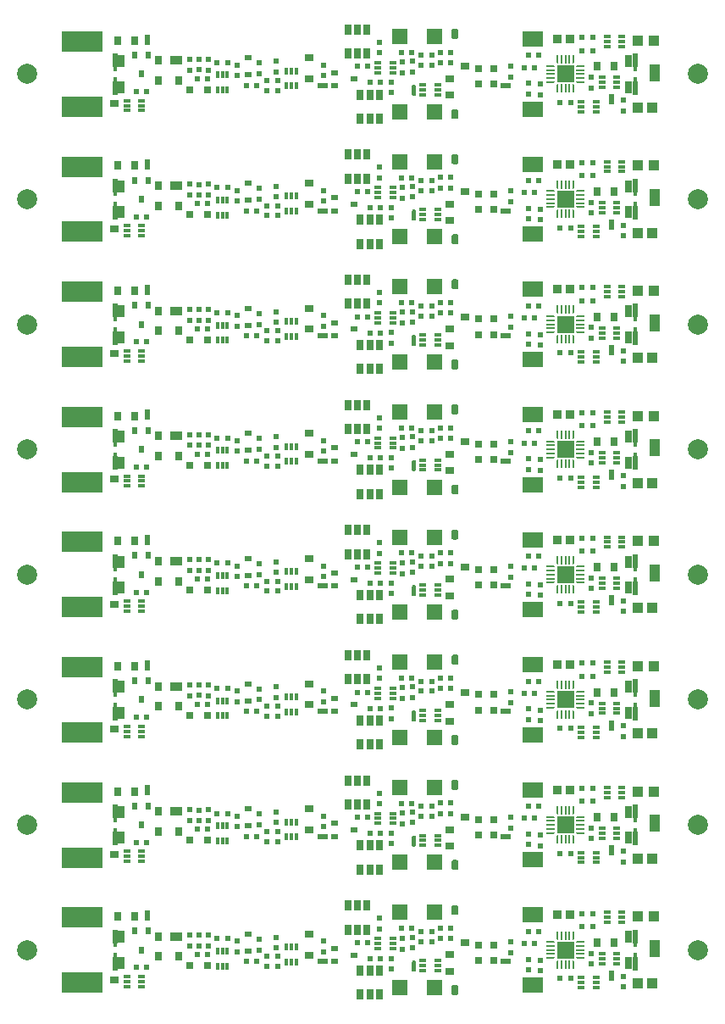
<source format=gts>
G04 #@! TF.GenerationSoftware,KiCad,Pcbnew,7.0.7*
G04 #@! TF.CreationDate,2023-09-19T00:26:09+09:00*
G04 #@! TF.ProjectId,motordecoder2-k3066v3-p,6d6f746f-7264-4656-936f-646572322d6b,rev?*
G04 #@! TF.SameCoordinates,Original*
G04 #@! TF.FileFunction,Soldermask,Top*
G04 #@! TF.FilePolarity,Negative*
%FSLAX46Y46*%
G04 Gerber Fmt 4.6, Leading zero omitted, Abs format (unit mm)*
G04 Created by KiCad (PCBNEW 7.0.7) date 2023-09-19 00:26:09*
%MOMM*%
%LPD*%
G01*
G04 APERTURE LIST*
G04 Aperture macros list*
%AMRoundRect*
0 Rectangle with rounded corners*
0 $1 Rounding radius*
0 $2 $3 $4 $5 $6 $7 $8 $9 X,Y pos of 4 corners*
0 Add a 4 corners polygon primitive as box body*
4,1,4,$2,$3,$4,$5,$6,$7,$8,$9,$2,$3,0*
0 Add four circle primitives for the rounded corners*
1,1,$1+$1,$2,$3*
1,1,$1+$1,$4,$5*
1,1,$1+$1,$6,$7*
1,1,$1+$1,$8,$9*
0 Add four rect primitives between the rounded corners*
20,1,$1+$1,$2,$3,$4,$5,0*
20,1,$1+$1,$4,$5,$6,$7,0*
20,1,$1+$1,$6,$7,$8,$9,0*
20,1,$1+$1,$8,$9,$2,$3,0*%
%AMFreePoly0*
4,1,14,0.334644,0.085355,0.385355,0.034644,0.400000,-0.000711,0.400000,-0.050000,0.385355,-0.085355,0.350000,-0.100000,-0.350000,-0.100000,-0.385355,-0.085355,-0.400000,-0.050000,-0.400000,0.050000,-0.385355,0.085355,-0.350000,0.100000,0.299289,0.100000,0.334644,0.085355,0.334644,0.085355,$1*%
%AMFreePoly1*
4,1,14,0.385355,0.085355,0.400000,0.050000,0.400000,0.000711,0.385355,-0.034644,0.334644,-0.085355,0.299289,-0.100000,-0.350000,-0.100000,-0.385355,-0.085355,-0.400000,-0.050000,-0.400000,0.050000,-0.385355,0.085355,-0.350000,0.100000,0.350000,0.100000,0.385355,0.085355,0.385355,0.085355,$1*%
%AMFreePoly2*
4,1,14,0.085355,0.385355,0.100000,0.350000,0.100000,-0.350000,0.085355,-0.385355,0.050000,-0.400000,-0.050000,-0.400000,-0.085355,-0.385355,-0.100000,-0.350000,-0.100000,0.299289,-0.085355,0.334644,-0.034644,0.385355,0.000711,0.400000,0.050000,0.400000,0.085355,0.385355,0.085355,0.385355,$1*%
%AMFreePoly3*
4,1,14,0.034644,0.385355,0.085355,0.334644,0.100000,0.299289,0.100000,-0.350000,0.085355,-0.385355,0.050000,-0.400000,-0.050000,-0.400000,-0.085355,-0.385355,-0.100000,-0.350000,-0.100000,0.350000,-0.085355,0.385355,-0.050000,0.400000,-0.000711,0.400000,0.034644,0.385355,0.034644,0.385355,$1*%
%AMFreePoly4*
4,1,14,0.385355,0.085355,0.400000,0.050000,0.400000,-0.050000,0.385355,-0.085355,0.350000,-0.100000,-0.299289,-0.100000,-0.334644,-0.085355,-0.385355,-0.034644,-0.400000,0.000711,-0.400000,0.050000,-0.385355,0.085355,-0.350000,0.100000,0.350000,0.100000,0.385355,0.085355,0.385355,0.085355,$1*%
%AMFreePoly5*
4,1,14,0.385355,0.085355,0.400000,0.050000,0.400000,-0.050000,0.385355,-0.085355,0.350000,-0.100000,-0.350000,-0.100000,-0.385355,-0.085355,-0.400000,-0.050000,-0.400000,-0.000711,-0.385355,0.034644,-0.334644,0.085355,-0.299289,0.100000,0.350000,0.100000,0.385355,0.085355,0.385355,0.085355,$1*%
%AMFreePoly6*
4,1,14,0.085355,0.385355,0.100000,0.350000,0.100000,-0.299289,0.085355,-0.334644,0.034644,-0.385355,-0.000711,-0.400000,-0.050000,-0.400000,-0.085355,-0.385355,-0.100000,-0.350000,-0.100000,0.350000,-0.085355,0.385355,-0.050000,0.400000,0.050000,0.400000,0.085355,0.385355,0.085355,0.385355,$1*%
%AMFreePoly7*
4,1,14,0.085355,0.385355,0.100000,0.350000,0.100000,-0.350000,0.085355,-0.385355,0.050000,-0.400000,0.000711,-0.400000,-0.034644,-0.385355,-0.085355,-0.334644,-0.100000,-0.299289,-0.100000,0.350000,-0.085355,0.385355,-0.050000,0.400000,0.050000,0.400000,0.085355,0.385355,0.085355,0.385355,$1*%
G04 Aperture macros list end*
%ADD10R,1.000000X1.800000*%
%ADD11R,1.500000X1.500000*%
%ADD12R,0.950000X0.950000*%
%ADD13R,0.700000X1.000000*%
%ADD14R,0.700000X0.300000*%
%ADD15R,0.300000X0.700000*%
%ADD16R,0.650000X0.900000*%
%ADD17R,0.600000X0.550000*%
%ADD18R,0.550000X0.600000*%
%ADD19R,2.000000X1.500000*%
%ADD20R,0.500000X0.550000*%
%ADD21R,0.900000X0.800000*%
%ADD22R,0.800000X0.500000*%
%ADD23R,0.800000X0.800000*%
%ADD24R,1.000000X1.000000*%
%ADD25R,0.600000X1.000000*%
%ADD26R,0.700000X0.800000*%
%ADD27R,2.000000X2.000000*%
%ADD28R,0.800000X0.600000*%
%ADD29R,1.000000X0.600000*%
%ADD30R,0.900000X0.700000*%
%ADD31R,0.500000X0.800000*%
%ADD32R,0.900000X0.650000*%
%ADD33R,1.200000X0.900000*%
%ADD34R,0.800000X0.900000*%
%ADD35FreePoly0,0.000000*%
%ADD36RoundRect,0.050000X-0.350000X-0.050000X0.350000X-0.050000X0.350000X0.050000X-0.350000X0.050000X0*%
%ADD37FreePoly1,0.000000*%
%ADD38FreePoly2,0.000000*%
%ADD39RoundRect,0.050000X-0.050000X-0.350000X0.050000X-0.350000X0.050000X0.350000X-0.050000X0.350000X0*%
%ADD40FreePoly3,0.000000*%
%ADD41FreePoly4,0.000000*%
%ADD42FreePoly5,0.000000*%
%ADD43FreePoly6,0.000000*%
%ADD44FreePoly7,0.000000*%
%ADD45R,1.700000X1.700000*%
%ADD46R,0.500000X1.450000*%
%ADD47R,0.750000X1.300000*%
%ADD48R,0.300000X0.500000*%
%ADD49C,2.000000*%
G04 APERTURE END LIST*
D10*
X177200000Y-48850000D03*
D11*
X151750000Y-45250000D03*
X155250000Y-45250000D03*
X151750000Y-52750000D03*
X155250000Y-52750000D03*
D12*
X167465000Y-45500000D03*
X168735000Y-45500000D03*
D13*
X146550000Y-46950000D03*
X147500000Y-46950000D03*
X148450000Y-46950000D03*
X148450000Y-44550000D03*
X147500000Y-44550000D03*
X146550000Y-44550000D03*
X149700000Y-51050000D03*
X148750000Y-51050000D03*
X147800000Y-51050000D03*
X147800000Y-53450000D03*
X148750000Y-53450000D03*
X149700000Y-53450000D03*
D14*
X149550000Y-47850000D03*
X149550000Y-48350000D03*
X149550000Y-48850000D03*
X151050000Y-48850000D03*
X151050000Y-48350000D03*
X151050000Y-47850000D03*
X154050000Y-50050000D03*
X154050000Y-50550000D03*
X154050000Y-51050000D03*
X155550000Y-51050000D03*
X155550000Y-50550000D03*
X155550000Y-50050000D03*
D15*
X133500000Y-50600000D03*
X134000000Y-50600000D03*
X134500000Y-50600000D03*
X134500000Y-49100000D03*
X134000000Y-49100000D03*
X133500000Y-49100000D03*
D16*
X171475000Y-48250000D03*
X173125000Y-48250000D03*
D17*
X135500000Y-49175000D03*
X135500000Y-48125000D03*
X139400000Y-47725000D03*
X139400000Y-48775000D03*
D18*
X138475000Y-49650000D03*
X139525000Y-49650000D03*
X139525000Y-50650000D03*
X138475000Y-50650000D03*
X153875000Y-47150000D03*
X154925000Y-47150000D03*
D19*
X165000000Y-45500000D03*
X165000000Y-52500000D03*
D20*
X130700000Y-48600000D03*
X130700000Y-47500000D03*
X162800000Y-49300000D03*
X162800000Y-48200000D03*
X152000000Y-47800000D03*
X152000000Y-48900000D03*
X137700000Y-49000000D03*
X137700000Y-47900000D03*
X132600000Y-48600000D03*
X132600000Y-47500000D03*
D21*
X142700000Y-49500000D03*
X142700000Y-47400000D03*
D22*
X145250000Y-48850000D03*
X145250000Y-50150000D03*
X147150000Y-49500000D03*
D23*
X159600000Y-50025000D03*
X159600000Y-48475000D03*
D14*
X173950000Y-46250000D03*
X173950000Y-45750000D03*
X173950000Y-45250000D03*
X172450000Y-45250000D03*
X172450000Y-45750000D03*
X172450000Y-46250000D03*
D17*
X174100000Y-52675000D03*
X174100000Y-51625000D03*
D18*
X168825000Y-51850000D03*
X167775000Y-51850000D03*
X171025000Y-45350000D03*
X169975000Y-45350000D03*
D24*
X177000000Y-52350000D03*
X175500000Y-52350000D03*
X177100000Y-45650000D03*
X175500000Y-45650000D03*
D17*
X164600000Y-50975000D03*
X164600000Y-49925000D03*
D14*
X171950000Y-49350000D03*
X171950000Y-49850000D03*
X171950000Y-50350000D03*
X173450000Y-50350000D03*
X173450000Y-49850000D03*
X173450000Y-49350000D03*
X171350000Y-52750000D03*
X171350000Y-52250000D03*
X171350000Y-51750000D03*
X169850000Y-51750000D03*
X169850000Y-52250000D03*
X169850000Y-52750000D03*
D17*
X170900000Y-50375000D03*
X170900000Y-49325000D03*
D18*
X171025000Y-46650000D03*
X169975000Y-46650000D03*
D25*
X172900000Y-51550000D03*
D26*
X161100000Y-50025000D03*
X161100000Y-48475000D03*
D27*
X121000000Y-45750000D03*
X119000000Y-45750000D03*
X121000000Y-52250000D03*
X119000000Y-52250000D03*
D28*
X136600000Y-49100000D03*
X136600000Y-47400000D03*
D29*
X162300000Y-50150000D03*
D17*
X131650000Y-48575000D03*
X131650000Y-47525000D03*
D15*
X141400000Y-48700000D03*
X140900000Y-48700000D03*
X140400000Y-48700000D03*
X140400000Y-50200000D03*
X140900000Y-50200000D03*
X141400000Y-50200000D03*
D25*
X126500000Y-45550000D03*
D18*
X165225000Y-48350000D03*
X164175000Y-48350000D03*
D17*
X165800000Y-50025000D03*
X165800000Y-51075000D03*
D18*
X164575000Y-47150000D03*
X165625000Y-47150000D03*
D30*
X158250000Y-48250000D03*
D31*
X126550000Y-47100000D03*
X125250000Y-47100000D03*
X125900000Y-49000000D03*
D18*
X152925000Y-46850000D03*
X151875000Y-46850000D03*
D17*
X153000000Y-47725000D03*
X153000000Y-48775000D03*
X155800000Y-46825000D03*
X155800000Y-47875000D03*
X156800000Y-47875000D03*
X156800000Y-46825000D03*
D18*
X154925000Y-48150000D03*
X153875000Y-48150000D03*
X147475000Y-48250000D03*
X148525000Y-48250000D03*
X148775000Y-49850000D03*
X149825000Y-49850000D03*
D17*
X149700000Y-46875000D03*
X149700000Y-45825000D03*
X150900000Y-49825000D03*
X150900000Y-50875000D03*
D32*
X156700000Y-51125000D03*
X156700000Y-49475000D03*
D17*
X144100000Y-49175000D03*
X144100000Y-48125000D03*
D18*
X136375000Y-50150000D03*
X137425000Y-50150000D03*
X132525000Y-49450000D03*
X131475000Y-49450000D03*
X125375000Y-50750000D03*
X126425000Y-50750000D03*
D33*
X129400000Y-47650000D03*
D34*
X127600000Y-47650000D03*
X127600000Y-49650000D03*
X129600000Y-49650000D03*
D14*
X124450000Y-51650000D03*
X124450000Y-52150000D03*
X124450000Y-52650000D03*
X125950000Y-52650000D03*
X125950000Y-52150000D03*
X125950000Y-51650000D03*
D26*
X132500000Y-50550000D03*
X130700000Y-50550000D03*
D16*
X123575000Y-45650000D03*
X125225000Y-45650000D03*
D18*
X133475000Y-47850000D03*
X134525000Y-47850000D03*
D35*
X166850000Y-48200000D03*
D36*
X166850000Y-48600000D03*
X166850000Y-49000000D03*
X166850000Y-49400000D03*
D37*
X166850000Y-49800000D03*
D38*
X167500000Y-50450000D03*
D39*
X167900000Y-50450000D03*
X168300000Y-50450000D03*
X168700000Y-50450000D03*
D40*
X169100000Y-50450000D03*
D41*
X169750000Y-49800000D03*
D36*
X169750000Y-49400000D03*
X169750000Y-49000000D03*
X169750000Y-48600000D03*
D42*
X169750000Y-48200000D03*
D43*
X169100000Y-47550000D03*
D39*
X168700000Y-47550000D03*
X168300000Y-47550000D03*
X167900000Y-47550000D03*
D44*
X167500000Y-47550000D03*
D45*
X168300000Y-49000000D03*
D30*
X123200000Y-51950000D03*
D46*
X123250000Y-47625000D03*
D47*
X123875000Y-47700000D03*
D48*
X123250000Y-48450000D03*
X123250000Y-49550000D03*
D47*
X123875000Y-50300000D03*
D46*
X123250000Y-50375000D03*
X175250000Y-50375000D03*
D47*
X174625000Y-50300000D03*
D48*
X175250000Y-49550000D03*
X175250000Y-48450000D03*
D47*
X174625000Y-47700000D03*
D46*
X175250000Y-47625000D03*
D29*
X144000000Y-50150000D03*
D20*
X132600000Y-73600000D03*
X132600000Y-72500000D03*
D22*
X145250000Y-98850000D03*
X145250000Y-100150000D03*
X147150000Y-99500000D03*
D28*
X136600000Y-111600000D03*
X136600000Y-109900000D03*
D22*
X145250000Y-123850000D03*
X145250000Y-125150000D03*
X147150000Y-124500000D03*
D18*
X147475000Y-98250000D03*
X148525000Y-98250000D03*
D17*
X155800000Y-71825000D03*
X155800000Y-72875000D03*
D14*
X124450000Y-101650000D03*
X124450000Y-102150000D03*
X124450000Y-102650000D03*
X125950000Y-102650000D03*
X125950000Y-102150000D03*
X125950000Y-101650000D03*
X173950000Y-58750000D03*
X173950000Y-58250000D03*
X173950000Y-57750000D03*
X172450000Y-57750000D03*
X172450000Y-58250000D03*
X172450000Y-58750000D03*
D33*
X129400000Y-85150000D03*
D34*
X127600000Y-85150000D03*
X127600000Y-87150000D03*
X129600000Y-87150000D03*
D14*
X149550000Y-97850000D03*
X149550000Y-98350000D03*
X149550000Y-98850000D03*
X151050000Y-98850000D03*
X151050000Y-98350000D03*
X151050000Y-97850000D03*
D17*
X135500000Y-99175000D03*
X135500000Y-98125000D03*
D19*
X165000000Y-58000000D03*
D17*
X150900000Y-87325000D03*
X150900000Y-88375000D03*
D19*
X165000000Y-83000000D03*
D14*
X171950000Y-136850000D03*
X171950000Y-137350000D03*
X171950000Y-137850000D03*
X173450000Y-137850000D03*
X173450000Y-137350000D03*
X173450000Y-136850000D03*
X124450000Y-139150000D03*
X124450000Y-139650000D03*
X124450000Y-140150000D03*
X125950000Y-140150000D03*
X125950000Y-139650000D03*
X125950000Y-139150000D03*
D17*
X170900000Y-87875000D03*
X170900000Y-86825000D03*
D23*
X159600000Y-87525000D03*
X159600000Y-85975000D03*
D14*
X124450000Y-114150000D03*
X124450000Y-114650000D03*
X124450000Y-115150000D03*
X125950000Y-115150000D03*
X125950000Y-114650000D03*
X125950000Y-114150000D03*
D17*
X135500000Y-124175000D03*
X135500000Y-123125000D03*
D26*
X132500000Y-75550000D03*
X130700000Y-75550000D03*
D49*
X114500000Y-86500000D03*
D17*
X144100000Y-61675000D03*
X144100000Y-60625000D03*
D30*
X158250000Y-110750000D03*
D19*
X165000000Y-95500000D03*
D21*
X142700000Y-99500000D03*
X142700000Y-97400000D03*
D14*
X154050000Y-100050000D03*
X154050000Y-100550000D03*
X154050000Y-101050000D03*
X155550000Y-101050000D03*
X155550000Y-100550000D03*
X155550000Y-100050000D03*
D18*
X164575000Y-122150000D03*
X165625000Y-122150000D03*
D24*
X175500000Y-95650000D03*
D14*
X173950000Y-121250000D03*
X173950000Y-120750000D03*
X173950000Y-120250000D03*
X172450000Y-120250000D03*
X172450000Y-120750000D03*
X172450000Y-121250000D03*
D20*
X132600000Y-86100000D03*
X132600000Y-85000000D03*
D17*
X150900000Y-137325000D03*
X150900000Y-138375000D03*
D24*
X177000000Y-102350000D03*
D15*
X141400000Y-136200000D03*
X140900000Y-136200000D03*
X140400000Y-136200000D03*
X140400000Y-137700000D03*
X140900000Y-137700000D03*
X141400000Y-137700000D03*
D17*
X135500000Y-74175000D03*
X135500000Y-73125000D03*
D25*
X126500000Y-120550000D03*
D30*
X158250000Y-135750000D03*
D18*
X165225000Y-110850000D03*
X164175000Y-110850000D03*
D16*
X123575000Y-95650000D03*
X125225000Y-95650000D03*
D18*
X168825000Y-101850000D03*
X167775000Y-101850000D03*
D16*
X123575000Y-120650000D03*
X125225000Y-120650000D03*
D11*
X151750000Y-65250000D03*
X155250000Y-65250000D03*
D18*
X148775000Y-124850000D03*
X149825000Y-124850000D03*
D35*
X166850000Y-135700000D03*
D36*
X166850000Y-136100000D03*
X166850000Y-136500000D03*
X166850000Y-136900000D03*
D37*
X166850000Y-137300000D03*
D38*
X167500000Y-137950000D03*
D39*
X167900000Y-137950000D03*
X168300000Y-137950000D03*
X168700000Y-137950000D03*
D40*
X169100000Y-137950000D03*
D41*
X169750000Y-137300000D03*
D36*
X169750000Y-136900000D03*
X169750000Y-136500000D03*
X169750000Y-136100000D03*
D42*
X169750000Y-135700000D03*
D43*
X169100000Y-135050000D03*
D39*
X168700000Y-135050000D03*
X168300000Y-135050000D03*
X167900000Y-135050000D03*
D44*
X167500000Y-135050000D03*
D45*
X168300000Y-136500000D03*
D18*
X148775000Y-112350000D03*
X149825000Y-112350000D03*
D19*
X165000000Y-65000000D03*
D11*
X151750000Y-140250000D03*
X155250000Y-140250000D03*
D35*
X166850000Y-98200000D03*
D36*
X166850000Y-98600000D03*
X166850000Y-99000000D03*
X166850000Y-99400000D03*
D37*
X166850000Y-99800000D03*
D38*
X167500000Y-100450000D03*
D39*
X167900000Y-100450000D03*
X168300000Y-100450000D03*
X168700000Y-100450000D03*
D40*
X169100000Y-100450000D03*
D41*
X169750000Y-99800000D03*
D36*
X169750000Y-99400000D03*
X169750000Y-99000000D03*
X169750000Y-98600000D03*
D42*
X169750000Y-98200000D03*
D43*
X169100000Y-97550000D03*
D39*
X168700000Y-97550000D03*
X168300000Y-97550000D03*
X167900000Y-97550000D03*
D44*
X167500000Y-97550000D03*
D45*
X168300000Y-99000000D03*
D32*
X156700000Y-101125000D03*
X156700000Y-99475000D03*
D18*
X165225000Y-73350000D03*
X164175000Y-73350000D03*
D15*
X141400000Y-98700000D03*
X140900000Y-98700000D03*
X140400000Y-98700000D03*
X140400000Y-100200000D03*
X140900000Y-100200000D03*
X141400000Y-100200000D03*
D17*
X149700000Y-121875000D03*
X149700000Y-120825000D03*
X131650000Y-123575000D03*
X131650000Y-122525000D03*
D30*
X158250000Y-60750000D03*
D14*
X154050000Y-75050000D03*
X154050000Y-75550000D03*
X154050000Y-76050000D03*
X155550000Y-76050000D03*
X155550000Y-75550000D03*
X155550000Y-75050000D03*
D30*
X158250000Y-73250000D03*
D18*
X147475000Y-135750000D03*
X148525000Y-135750000D03*
D11*
X151750000Y-115250000D03*
X155250000Y-115250000D03*
D20*
X162800000Y-86800000D03*
X162800000Y-85700000D03*
D24*
X177100000Y-70650000D03*
D11*
X151750000Y-127750000D03*
X155250000Y-127750000D03*
D18*
X154925000Y-110650000D03*
X153875000Y-110650000D03*
D23*
X159600000Y-62525000D03*
X159600000Y-60975000D03*
D24*
X177100000Y-133150000D03*
D17*
X174100000Y-102675000D03*
X174100000Y-101625000D03*
D18*
X133475000Y-97850000D03*
X134525000Y-97850000D03*
D10*
X177200000Y-111350000D03*
D14*
X149550000Y-72850000D03*
X149550000Y-73350000D03*
X149550000Y-73850000D03*
X151050000Y-73850000D03*
X151050000Y-73350000D03*
X151050000Y-72850000D03*
D17*
X165800000Y-75025000D03*
X165800000Y-76075000D03*
D29*
X144000000Y-137650000D03*
D18*
X152925000Y-71850000D03*
X151875000Y-71850000D03*
X152925000Y-84350000D03*
X151875000Y-84350000D03*
D17*
X164600000Y-113475000D03*
X164600000Y-112425000D03*
D14*
X171950000Y-86850000D03*
X171950000Y-87350000D03*
X171950000Y-87850000D03*
X173450000Y-87850000D03*
X173450000Y-87350000D03*
X173450000Y-86850000D03*
D33*
X129400000Y-60150000D03*
D34*
X127600000Y-60150000D03*
X127600000Y-62150000D03*
X129600000Y-62150000D03*
D28*
X136600000Y-99100000D03*
X136600000Y-97400000D03*
D49*
X181500000Y-136500000D03*
D18*
X136375000Y-125150000D03*
X137425000Y-125150000D03*
D33*
X129400000Y-122650000D03*
D34*
X127600000Y-122650000D03*
X127600000Y-124650000D03*
X129600000Y-124650000D03*
D24*
X175500000Y-127350000D03*
D10*
X177200000Y-98850000D03*
D15*
X133500000Y-138100000D03*
X134000000Y-138100000D03*
X134500000Y-138100000D03*
X134500000Y-136600000D03*
X134000000Y-136600000D03*
X133500000Y-136600000D03*
D29*
X144000000Y-62650000D03*
D11*
X151750000Y-82750000D03*
X155250000Y-82750000D03*
D17*
X144100000Y-86675000D03*
X144100000Y-85625000D03*
X174100000Y-127675000D03*
X174100000Y-126625000D03*
D21*
X142700000Y-124500000D03*
X142700000Y-122400000D03*
D27*
X121000000Y-127250000D03*
X119000000Y-127250000D03*
D17*
X153000000Y-72725000D03*
X153000000Y-73775000D03*
X131650000Y-73575000D03*
X131650000Y-72525000D03*
X164600000Y-75975000D03*
X164600000Y-74925000D03*
X174100000Y-90175000D03*
X174100000Y-89125000D03*
D18*
X154925000Y-98150000D03*
X153875000Y-98150000D03*
D24*
X175500000Y-64850000D03*
D25*
X126500000Y-58050000D03*
D27*
X121000000Y-133250000D03*
X119000000Y-133250000D03*
D17*
X155800000Y-96825000D03*
X155800000Y-97875000D03*
D20*
X130700000Y-136100000D03*
X130700000Y-135000000D03*
X162800000Y-99300000D03*
X162800000Y-98200000D03*
X137700000Y-74000000D03*
X137700000Y-72900000D03*
D14*
X171950000Y-74350000D03*
X171950000Y-74850000D03*
X171950000Y-75350000D03*
X173450000Y-75350000D03*
X173450000Y-74850000D03*
X173450000Y-74350000D03*
D18*
X171025000Y-109150000D03*
X169975000Y-109150000D03*
D12*
X167465000Y-70500000D03*
X168735000Y-70500000D03*
D24*
X175500000Y-114850000D03*
D18*
X136375000Y-112650000D03*
X137425000Y-112650000D03*
D10*
X177200000Y-123850000D03*
D32*
X156700000Y-126125000D03*
X156700000Y-124475000D03*
D28*
X136600000Y-86600000D03*
X136600000Y-84900000D03*
D29*
X144000000Y-112650000D03*
D15*
X141400000Y-123700000D03*
X140900000Y-123700000D03*
X140400000Y-123700000D03*
X140400000Y-125200000D03*
X140900000Y-125200000D03*
X141400000Y-125200000D03*
D18*
X165225000Y-135850000D03*
X164175000Y-135850000D03*
X125375000Y-100750000D03*
X126425000Y-100750000D03*
D14*
X171950000Y-124350000D03*
X171950000Y-124850000D03*
X171950000Y-125350000D03*
X173450000Y-125350000D03*
X173450000Y-124850000D03*
X173450000Y-124350000D03*
D23*
X159600000Y-100025000D03*
X159600000Y-98475000D03*
D14*
X124450000Y-126650000D03*
X124450000Y-127150000D03*
X124450000Y-127650000D03*
X125950000Y-127650000D03*
X125950000Y-127150000D03*
X125950000Y-126650000D03*
D49*
X114500000Y-61500000D03*
D21*
X142700000Y-137000000D03*
X142700000Y-134900000D03*
D17*
X156800000Y-85375000D03*
X156800000Y-84325000D03*
D14*
X124450000Y-89150000D03*
X124450000Y-89650000D03*
X124450000Y-90150000D03*
X125950000Y-90150000D03*
X125950000Y-89650000D03*
X125950000Y-89150000D03*
D15*
X133500000Y-88100000D03*
X134000000Y-88100000D03*
X134500000Y-88100000D03*
X134500000Y-86600000D03*
X134000000Y-86600000D03*
X133500000Y-86600000D03*
D35*
X166850000Y-110700000D03*
D36*
X166850000Y-111100000D03*
X166850000Y-111500000D03*
X166850000Y-111900000D03*
D37*
X166850000Y-112300000D03*
D38*
X167500000Y-112950000D03*
D39*
X167900000Y-112950000D03*
X168300000Y-112950000D03*
X168700000Y-112950000D03*
D40*
X169100000Y-112950000D03*
D41*
X169750000Y-112300000D03*
D36*
X169750000Y-111900000D03*
X169750000Y-111500000D03*
X169750000Y-111100000D03*
D42*
X169750000Y-110700000D03*
D43*
X169100000Y-110050000D03*
D39*
X168700000Y-110050000D03*
X168300000Y-110050000D03*
X167900000Y-110050000D03*
D44*
X167500000Y-110050000D03*
D45*
X168300000Y-111500000D03*
D16*
X123575000Y-108150000D03*
X125225000Y-108150000D03*
D24*
X175500000Y-102350000D03*
D20*
X130700000Y-86100000D03*
X130700000Y-85000000D03*
D16*
X171475000Y-135750000D03*
X173125000Y-135750000D03*
D13*
X149700000Y-101050000D03*
X148750000Y-101050000D03*
X147800000Y-101050000D03*
X147800000Y-103450000D03*
X148750000Y-103450000D03*
X149700000Y-103450000D03*
D14*
X149550000Y-85350000D03*
X149550000Y-85850000D03*
X149550000Y-86350000D03*
X151050000Y-86350000D03*
X151050000Y-85850000D03*
X151050000Y-85350000D03*
D35*
X166850000Y-60700000D03*
D36*
X166850000Y-61100000D03*
X166850000Y-61500000D03*
X166850000Y-61900000D03*
D37*
X166850000Y-62300000D03*
D38*
X167500000Y-62950000D03*
D39*
X167900000Y-62950000D03*
X168300000Y-62950000D03*
X168700000Y-62950000D03*
D40*
X169100000Y-62950000D03*
D41*
X169750000Y-62300000D03*
D36*
X169750000Y-61900000D03*
X169750000Y-61500000D03*
X169750000Y-61100000D03*
D42*
X169750000Y-60700000D03*
D43*
X169100000Y-60050000D03*
D39*
X168700000Y-60050000D03*
X168300000Y-60050000D03*
X167900000Y-60050000D03*
D44*
X167500000Y-60050000D03*
D45*
X168300000Y-61500000D03*
D18*
X168825000Y-64350000D03*
X167775000Y-64350000D03*
D26*
X132500000Y-138050000D03*
X130700000Y-138050000D03*
D14*
X154050000Y-62550000D03*
X154050000Y-63050000D03*
X154050000Y-63550000D03*
X155550000Y-63550000D03*
X155550000Y-63050000D03*
X155550000Y-62550000D03*
D17*
X155800000Y-134325000D03*
X155800000Y-135375000D03*
D20*
X152000000Y-110300000D03*
X152000000Y-111400000D03*
D16*
X123575000Y-58150000D03*
X125225000Y-58150000D03*
D14*
X171350000Y-77750000D03*
X171350000Y-77250000D03*
X171350000Y-76750000D03*
X169850000Y-76750000D03*
X169850000Y-77250000D03*
X169850000Y-77750000D03*
D46*
X123250000Y-97625000D03*
D47*
X123875000Y-97700000D03*
D48*
X123250000Y-98450000D03*
X123250000Y-99550000D03*
D47*
X123875000Y-100300000D03*
D46*
X123250000Y-100375000D03*
D20*
X130700000Y-123600000D03*
X130700000Y-122500000D03*
D18*
X147475000Y-110750000D03*
X148525000Y-110750000D03*
D14*
X171950000Y-111850000D03*
X171950000Y-112350000D03*
X171950000Y-112850000D03*
X173450000Y-112850000D03*
X173450000Y-112350000D03*
X173450000Y-111850000D03*
D46*
X175250000Y-112875000D03*
D47*
X174625000Y-112800000D03*
D48*
X175250000Y-112050000D03*
X175250000Y-110950000D03*
D47*
X174625000Y-110200000D03*
D46*
X175250000Y-110125000D03*
D27*
X121000000Y-120750000D03*
X119000000Y-120750000D03*
D17*
X131650000Y-111075000D03*
X131650000Y-110025000D03*
X174100000Y-115175000D03*
X174100000Y-114125000D03*
D18*
X171025000Y-120350000D03*
X169975000Y-120350000D03*
D17*
X174100000Y-65175000D03*
X174100000Y-64125000D03*
D30*
X123200000Y-101950000D03*
X158250000Y-98250000D03*
D23*
X159600000Y-75025000D03*
X159600000Y-73475000D03*
D15*
X133500000Y-63100000D03*
X134000000Y-63100000D03*
X134500000Y-63100000D03*
X134500000Y-61600000D03*
X134000000Y-61600000D03*
X133500000Y-61600000D03*
D20*
X152000000Y-97800000D03*
X152000000Y-98900000D03*
D24*
X177100000Y-58150000D03*
X177000000Y-89850000D03*
D18*
X125375000Y-63250000D03*
X126425000Y-63250000D03*
D13*
X146550000Y-96950000D03*
X147500000Y-96950000D03*
X148450000Y-96950000D03*
X148450000Y-94550000D03*
X147500000Y-94550000D03*
X146550000Y-94550000D03*
D18*
X168825000Y-139350000D03*
X167775000Y-139350000D03*
X125375000Y-138250000D03*
X126425000Y-138250000D03*
X152925000Y-59350000D03*
X151875000Y-59350000D03*
D27*
X121000000Y-108250000D03*
X119000000Y-108250000D03*
D14*
X171350000Y-115250000D03*
X171350000Y-114750000D03*
X171350000Y-114250000D03*
X169850000Y-114250000D03*
X169850000Y-114750000D03*
X169850000Y-115250000D03*
D11*
X151750000Y-120250000D03*
X155250000Y-120250000D03*
D20*
X132600000Y-136100000D03*
X132600000Y-135000000D03*
D25*
X172900000Y-101550000D03*
D18*
X133475000Y-72850000D03*
X134525000Y-72850000D03*
X139525000Y-75650000D03*
X138475000Y-75650000D03*
D32*
X156700000Y-88625000D03*
X156700000Y-86975000D03*
D18*
X171025000Y-59150000D03*
X169975000Y-59150000D03*
D13*
X149700000Y-138550000D03*
X148750000Y-138550000D03*
X147800000Y-138550000D03*
X147800000Y-140950000D03*
X148750000Y-140950000D03*
X149700000Y-140950000D03*
D25*
X126500000Y-95550000D03*
D17*
X153000000Y-135225000D03*
X153000000Y-136275000D03*
D14*
X154050000Y-125050000D03*
X154050000Y-125550000D03*
X154050000Y-126050000D03*
X155550000Y-126050000D03*
X155550000Y-125550000D03*
X155550000Y-125050000D03*
D15*
X133500000Y-75600000D03*
X134000000Y-75600000D03*
X134500000Y-75600000D03*
X134500000Y-74100000D03*
X134000000Y-74100000D03*
X133500000Y-74100000D03*
D18*
X125375000Y-75750000D03*
X126425000Y-75750000D03*
D23*
X159600000Y-112525000D03*
X159600000Y-110975000D03*
D17*
X156800000Y-122875000D03*
X156800000Y-121825000D03*
D31*
X126550000Y-97100000D03*
X125250000Y-97100000D03*
X125900000Y-99000000D03*
D18*
X153875000Y-97150000D03*
X154925000Y-97150000D03*
D17*
X153000000Y-110225000D03*
X153000000Y-111275000D03*
X149700000Y-96875000D03*
X149700000Y-95825000D03*
D49*
X181500000Y-74000000D03*
D17*
X144100000Y-136675000D03*
X144100000Y-135625000D03*
D30*
X123200000Y-64450000D03*
D17*
X153000000Y-85225000D03*
X153000000Y-86275000D03*
D24*
X175500000Y-139850000D03*
D11*
X151750000Y-77750000D03*
X155250000Y-77750000D03*
D18*
X148775000Y-62350000D03*
X149825000Y-62350000D03*
D16*
X171475000Y-60750000D03*
X173125000Y-60750000D03*
D18*
X138475000Y-62150000D03*
X139525000Y-62150000D03*
D31*
X126550000Y-109600000D03*
X125250000Y-109600000D03*
X125900000Y-111500000D03*
D16*
X171475000Y-85750000D03*
X173125000Y-85750000D03*
D18*
X139525000Y-113150000D03*
X138475000Y-113150000D03*
D30*
X158250000Y-85750000D03*
D17*
X165800000Y-125025000D03*
X165800000Y-126075000D03*
D49*
X181500000Y-61500000D03*
D17*
X165800000Y-62525000D03*
X165800000Y-63575000D03*
D18*
X168825000Y-114350000D03*
X167775000Y-114350000D03*
D29*
X162300000Y-125150000D03*
D32*
X156700000Y-76125000D03*
X156700000Y-74475000D03*
D22*
X145250000Y-61350000D03*
X145250000Y-62650000D03*
X147150000Y-62000000D03*
D14*
X149550000Y-60350000D03*
X149550000Y-60850000D03*
X149550000Y-61350000D03*
X151050000Y-61350000D03*
X151050000Y-60850000D03*
X151050000Y-60350000D03*
D17*
X149700000Y-109375000D03*
X149700000Y-108325000D03*
X149700000Y-59375000D03*
X149700000Y-58325000D03*
D25*
X172900000Y-76550000D03*
D14*
X154050000Y-112550000D03*
X154050000Y-113050000D03*
X154050000Y-113550000D03*
X155550000Y-113550000D03*
X155550000Y-113050000D03*
X155550000Y-112550000D03*
D12*
X167465000Y-108000000D03*
X168735000Y-108000000D03*
D17*
X150900000Y-124825000D03*
X150900000Y-125875000D03*
D18*
X154925000Y-85650000D03*
X153875000Y-85650000D03*
X164575000Y-72150000D03*
X165625000Y-72150000D03*
D17*
X150900000Y-74825000D03*
X150900000Y-75875000D03*
D24*
X177100000Y-95650000D03*
D26*
X161100000Y-137525000D03*
X161100000Y-135975000D03*
D17*
X135500000Y-111675000D03*
X135500000Y-110625000D03*
D13*
X149700000Y-88550000D03*
X148750000Y-88550000D03*
X147800000Y-88550000D03*
X147800000Y-90950000D03*
X148750000Y-90950000D03*
X149700000Y-90950000D03*
D18*
X125375000Y-125750000D03*
X126425000Y-125750000D03*
D16*
X171475000Y-73250000D03*
X173125000Y-73250000D03*
D28*
X136600000Y-124100000D03*
X136600000Y-122400000D03*
X136600000Y-74100000D03*
X136600000Y-72400000D03*
D18*
X136375000Y-87650000D03*
X137425000Y-87650000D03*
D17*
X165800000Y-87525000D03*
X165800000Y-88575000D03*
D12*
X167465000Y-83000000D03*
X168735000Y-83000000D03*
D20*
X132600000Y-123600000D03*
X132600000Y-122500000D03*
D18*
X138475000Y-112150000D03*
X139525000Y-112150000D03*
D17*
X155800000Y-121825000D03*
X155800000Y-122875000D03*
D46*
X175250000Y-87875000D03*
D47*
X174625000Y-87800000D03*
D48*
X175250000Y-87050000D03*
X175250000Y-85950000D03*
D47*
X174625000Y-85200000D03*
D46*
X175250000Y-85125000D03*
D14*
X173950000Y-133750000D03*
X173950000Y-133250000D03*
X173950000Y-132750000D03*
X172450000Y-132750000D03*
X172450000Y-133250000D03*
X172450000Y-133750000D03*
D15*
X141400000Y-86200000D03*
X140900000Y-86200000D03*
X140400000Y-86200000D03*
X140400000Y-87700000D03*
X140900000Y-87700000D03*
X141400000Y-87700000D03*
D29*
X162300000Y-100150000D03*
D49*
X114500000Y-74000000D03*
X181500000Y-86500000D03*
D17*
X144100000Y-111675000D03*
X144100000Y-110625000D03*
D29*
X162300000Y-137650000D03*
D11*
X151750000Y-90250000D03*
X155250000Y-90250000D03*
D18*
X171025000Y-134150000D03*
X169975000Y-134150000D03*
X139525000Y-138150000D03*
X138475000Y-138150000D03*
D46*
X123250000Y-110125000D03*
D47*
X123875000Y-110200000D03*
D48*
X123250000Y-110950000D03*
X123250000Y-112050000D03*
D47*
X123875000Y-112800000D03*
D46*
X123250000Y-112875000D03*
D24*
X175500000Y-120650000D03*
D21*
X142700000Y-87000000D03*
X142700000Y-84900000D03*
D13*
X149700000Y-76050000D03*
X148750000Y-76050000D03*
X147800000Y-76050000D03*
X147800000Y-78450000D03*
X148750000Y-78450000D03*
X149700000Y-78450000D03*
D14*
X149550000Y-122850000D03*
X149550000Y-123350000D03*
X149550000Y-123850000D03*
X151050000Y-123850000D03*
X151050000Y-123350000D03*
X151050000Y-122850000D03*
D17*
X150900000Y-62325000D03*
X150900000Y-63375000D03*
D21*
X142700000Y-74500000D03*
X142700000Y-72400000D03*
D15*
X141400000Y-111200000D03*
X140900000Y-111200000D03*
X140400000Y-111200000D03*
X140400000Y-112700000D03*
X140900000Y-112700000D03*
X141400000Y-112700000D03*
D22*
X145250000Y-73850000D03*
X145250000Y-75150000D03*
X147150000Y-74500000D03*
D14*
X171350000Y-127750000D03*
X171350000Y-127250000D03*
X171350000Y-126750000D03*
X169850000Y-126750000D03*
X169850000Y-127250000D03*
X169850000Y-127750000D03*
D18*
X147475000Y-85750000D03*
X148525000Y-85750000D03*
D49*
X114500000Y-136500000D03*
D14*
X154050000Y-137550000D03*
X154050000Y-138050000D03*
X154050000Y-138550000D03*
X155550000Y-138550000D03*
X155550000Y-138050000D03*
X155550000Y-137550000D03*
D13*
X149700000Y-113550000D03*
X148750000Y-113550000D03*
X147800000Y-113550000D03*
X147800000Y-115950000D03*
X148750000Y-115950000D03*
X149700000Y-115950000D03*
D17*
X139400000Y-97725000D03*
X139400000Y-98775000D03*
D18*
X168825000Y-126850000D03*
X167775000Y-126850000D03*
D49*
X114500000Y-49000000D03*
X181500000Y-99000000D03*
D18*
X139525000Y-125650000D03*
X138475000Y-125650000D03*
X147475000Y-73250000D03*
X148525000Y-73250000D03*
D21*
X142700000Y-112000000D03*
X142700000Y-109900000D03*
D14*
X171350000Y-65250000D03*
X171350000Y-64750000D03*
X171350000Y-64250000D03*
X169850000Y-64250000D03*
X169850000Y-64750000D03*
X169850000Y-65250000D03*
D17*
X170900000Y-75375000D03*
X170900000Y-74325000D03*
D28*
X136600000Y-61600000D03*
X136600000Y-59900000D03*
D25*
X172900000Y-126550000D03*
D17*
X156800000Y-135375000D03*
X156800000Y-134325000D03*
D26*
X132500000Y-63050000D03*
X130700000Y-63050000D03*
D46*
X123250000Y-72625000D03*
D47*
X123875000Y-72700000D03*
D48*
X123250000Y-73450000D03*
X123250000Y-74550000D03*
D47*
X123875000Y-75300000D03*
D46*
X123250000Y-75375000D03*
D27*
X121000000Y-83250000D03*
X119000000Y-83250000D03*
D14*
X171950000Y-61850000D03*
X171950000Y-62350000D03*
X171950000Y-62850000D03*
X173450000Y-62850000D03*
X173450000Y-62350000D03*
X173450000Y-61850000D03*
D18*
X148775000Y-137350000D03*
X149825000Y-137350000D03*
D20*
X162800000Y-111800000D03*
X162800000Y-110700000D03*
X152000000Y-85300000D03*
X152000000Y-86400000D03*
D17*
X131650000Y-98575000D03*
X131650000Y-97525000D03*
D20*
X137700000Y-136500000D03*
X137700000Y-135400000D03*
D18*
X138475000Y-124650000D03*
X139525000Y-124650000D03*
D17*
X174100000Y-140175000D03*
X174100000Y-139125000D03*
X164600000Y-63475000D03*
X164600000Y-62425000D03*
D18*
X171025000Y-82850000D03*
X169975000Y-82850000D03*
D17*
X144100000Y-124175000D03*
X144100000Y-123125000D03*
D13*
X146550000Y-84450000D03*
X147500000Y-84450000D03*
X148450000Y-84450000D03*
X148450000Y-82050000D03*
X147500000Y-82050000D03*
X146550000Y-82050000D03*
D26*
X132500000Y-125550000D03*
X130700000Y-125550000D03*
D17*
X149700000Y-134375000D03*
X149700000Y-133325000D03*
D24*
X177100000Y-108150000D03*
D20*
X137700000Y-124000000D03*
X137700000Y-122900000D03*
D18*
X153875000Y-134650000D03*
X154925000Y-134650000D03*
D17*
X164600000Y-125975000D03*
X164600000Y-124925000D03*
D18*
X136375000Y-75150000D03*
X137425000Y-75150000D03*
D16*
X123575000Y-133150000D03*
X125225000Y-133150000D03*
D18*
X165225000Y-98350000D03*
X164175000Y-98350000D03*
D24*
X177000000Y-114850000D03*
D33*
X129400000Y-135150000D03*
D34*
X127600000Y-135150000D03*
X127600000Y-137150000D03*
X129600000Y-137150000D03*
D31*
X126550000Y-72100000D03*
X125250000Y-72100000D03*
X125900000Y-74000000D03*
D18*
X165225000Y-85850000D03*
X164175000Y-85850000D03*
D14*
X124450000Y-76650000D03*
X124450000Y-77150000D03*
X124450000Y-77650000D03*
X125950000Y-77650000D03*
X125950000Y-77150000D03*
X125950000Y-76650000D03*
D30*
X158250000Y-123250000D03*
D31*
X126550000Y-122100000D03*
X125250000Y-122100000D03*
X125900000Y-124000000D03*
D32*
X156700000Y-63625000D03*
X156700000Y-61975000D03*
D17*
X131650000Y-61075000D03*
X131650000Y-60025000D03*
D18*
X164575000Y-84650000D03*
X165625000Y-84650000D03*
D25*
X172900000Y-139050000D03*
D18*
X171025000Y-95350000D03*
X169975000Y-95350000D03*
D10*
X177200000Y-73850000D03*
D17*
X149700000Y-84375000D03*
X149700000Y-83325000D03*
D18*
X139525000Y-100650000D03*
X138475000Y-100650000D03*
D29*
X144000000Y-100150000D03*
D17*
X139400000Y-122725000D03*
X139400000Y-123775000D03*
D18*
X154925000Y-73150000D03*
X153875000Y-73150000D03*
D32*
X156700000Y-113625000D03*
X156700000Y-111975000D03*
D18*
X125375000Y-88250000D03*
X126425000Y-88250000D03*
D14*
X171350000Y-140250000D03*
X171350000Y-139750000D03*
X171350000Y-139250000D03*
X169850000Y-139250000D03*
X169850000Y-139750000D03*
X169850000Y-140250000D03*
D18*
X171025000Y-70350000D03*
X169975000Y-70350000D03*
D20*
X162800000Y-136800000D03*
X162800000Y-135700000D03*
X152000000Y-72800000D03*
X152000000Y-73900000D03*
D16*
X123575000Y-70650000D03*
X125225000Y-70650000D03*
D17*
X153000000Y-122725000D03*
X153000000Y-123775000D03*
D18*
X138475000Y-74650000D03*
X139525000Y-74650000D03*
D17*
X174100000Y-77675000D03*
X174100000Y-76625000D03*
D33*
X129400000Y-110150000D03*
D34*
X127600000Y-110150000D03*
X127600000Y-112150000D03*
X129600000Y-112150000D03*
D25*
X126500000Y-108050000D03*
D18*
X136375000Y-100150000D03*
X137425000Y-100150000D03*
D27*
X121000000Y-77250000D03*
X119000000Y-77250000D03*
D17*
X139400000Y-110225000D03*
X139400000Y-111275000D03*
D24*
X175500000Y-133150000D03*
D46*
X123250000Y-135125000D03*
D47*
X123875000Y-135200000D03*
D48*
X123250000Y-135950000D03*
X123250000Y-137050000D03*
D47*
X123875000Y-137800000D03*
D46*
X123250000Y-137875000D03*
D17*
X150900000Y-99825000D03*
X150900000Y-100875000D03*
D20*
X162800000Y-61800000D03*
X162800000Y-60700000D03*
D27*
X121000000Y-139750000D03*
X119000000Y-139750000D03*
D11*
X151750000Y-70250000D03*
X155250000Y-70250000D03*
D18*
X147475000Y-123250000D03*
X148525000Y-123250000D03*
D17*
X165800000Y-100025000D03*
X165800000Y-101075000D03*
D46*
X123250000Y-122625000D03*
D47*
X123875000Y-122700000D03*
D48*
X123250000Y-123450000D03*
X123250000Y-124550000D03*
D47*
X123875000Y-125300000D03*
D46*
X123250000Y-125375000D03*
D18*
X171025000Y-71650000D03*
X169975000Y-71650000D03*
D24*
X177100000Y-120650000D03*
D18*
X136375000Y-137650000D03*
X137425000Y-137650000D03*
D11*
X151750000Y-57750000D03*
X155250000Y-57750000D03*
D19*
X165000000Y-115000000D03*
D18*
X132525000Y-61950000D03*
X131475000Y-61950000D03*
X152925000Y-96850000D03*
X151875000Y-96850000D03*
D24*
X177000000Y-64850000D03*
D20*
X130700000Y-111100000D03*
X130700000Y-110000000D03*
D13*
X146550000Y-134450000D03*
X147500000Y-134450000D03*
X148450000Y-134450000D03*
X148450000Y-132050000D03*
X147500000Y-132050000D03*
X146550000Y-132050000D03*
D24*
X175500000Y-108150000D03*
D29*
X144000000Y-87650000D03*
D17*
X144100000Y-99175000D03*
X144100000Y-98125000D03*
D18*
X136375000Y-62650000D03*
X137425000Y-62650000D03*
X148775000Y-99850000D03*
X149825000Y-99850000D03*
X132525000Y-99450000D03*
X131475000Y-99450000D03*
D29*
X144000000Y-125150000D03*
D17*
X149700000Y-71875000D03*
X149700000Y-70825000D03*
D27*
X121000000Y-70750000D03*
X119000000Y-70750000D03*
D18*
X152925000Y-134350000D03*
X151875000Y-134350000D03*
D14*
X173950000Y-83750000D03*
X173950000Y-83250000D03*
X173950000Y-82750000D03*
X172450000Y-82750000D03*
X172450000Y-83250000D03*
X172450000Y-83750000D03*
D30*
X123200000Y-139450000D03*
D17*
X164600000Y-138475000D03*
X164600000Y-137425000D03*
D20*
X162800000Y-74300000D03*
X162800000Y-73200000D03*
D25*
X126500000Y-133050000D03*
D18*
X153875000Y-122150000D03*
X154925000Y-122150000D03*
D17*
X153000000Y-97725000D03*
X153000000Y-98775000D03*
D19*
X165000000Y-127500000D03*
D14*
X171350000Y-90250000D03*
X171350000Y-89750000D03*
X171350000Y-89250000D03*
X169850000Y-89250000D03*
X169850000Y-89750000D03*
X169850000Y-90250000D03*
D20*
X137700000Y-61500000D03*
X137700000Y-60400000D03*
D24*
X175500000Y-89850000D03*
D30*
X123200000Y-126950000D03*
D27*
X121000000Y-102250000D03*
X119000000Y-102250000D03*
D22*
X145250000Y-86350000D03*
X145250000Y-87650000D03*
X147150000Y-87000000D03*
D13*
X146550000Y-59450000D03*
X147500000Y-59450000D03*
X148450000Y-59450000D03*
X148450000Y-57050000D03*
X147500000Y-57050000D03*
X146550000Y-57050000D03*
D18*
X138475000Y-137150000D03*
X139525000Y-137150000D03*
D17*
X156800000Y-97875000D03*
X156800000Y-96825000D03*
X155800000Y-84325000D03*
X155800000Y-85375000D03*
D18*
X133475000Y-60350000D03*
X134525000Y-60350000D03*
D24*
X175500000Y-83150000D03*
D46*
X175250000Y-100375000D03*
D47*
X174625000Y-100300000D03*
D48*
X175250000Y-99550000D03*
X175250000Y-98450000D03*
D47*
X174625000Y-97700000D03*
D46*
X175250000Y-97625000D03*
D33*
X129400000Y-97650000D03*
D34*
X127600000Y-97650000D03*
X127600000Y-99650000D03*
X129600000Y-99650000D03*
D18*
X168825000Y-76850000D03*
X167775000Y-76850000D03*
D17*
X170900000Y-112875000D03*
X170900000Y-111825000D03*
X150900000Y-112325000D03*
X150900000Y-113375000D03*
D16*
X171475000Y-110750000D03*
X173125000Y-110750000D03*
D17*
X155800000Y-109325000D03*
X155800000Y-110375000D03*
D18*
X132525000Y-124450000D03*
X131475000Y-124450000D03*
D29*
X162300000Y-87650000D03*
D25*
X126500000Y-70550000D03*
D14*
X149550000Y-110350000D03*
X149550000Y-110850000D03*
X149550000Y-111350000D03*
X151050000Y-111350000D03*
X151050000Y-110850000D03*
X151050000Y-110350000D03*
D26*
X161100000Y-87525000D03*
X161100000Y-85975000D03*
D12*
X167465000Y-120500000D03*
X168735000Y-120500000D03*
D17*
X139400000Y-60225000D03*
X139400000Y-61275000D03*
D10*
X177200000Y-136350000D03*
D18*
X133475000Y-122850000D03*
X134525000Y-122850000D03*
X168825000Y-89350000D03*
X167775000Y-89350000D03*
D17*
X156800000Y-110375000D03*
X156800000Y-109325000D03*
D18*
X133475000Y-135350000D03*
X134525000Y-135350000D03*
D46*
X123250000Y-85125000D03*
D47*
X123875000Y-85200000D03*
D48*
X123250000Y-85950000D03*
X123250000Y-87050000D03*
D47*
X123875000Y-87800000D03*
D46*
X123250000Y-87875000D03*
D29*
X162300000Y-62650000D03*
D17*
X139400000Y-135225000D03*
X139400000Y-136275000D03*
D16*
X123575000Y-83150000D03*
X125225000Y-83150000D03*
D24*
X177000000Y-127350000D03*
D18*
X153875000Y-84650000D03*
X154925000Y-84650000D03*
D35*
X166850000Y-123200000D03*
D36*
X166850000Y-123600000D03*
X166850000Y-124000000D03*
X166850000Y-124400000D03*
D37*
X166850000Y-124800000D03*
D38*
X167500000Y-125450000D03*
D39*
X167900000Y-125450000D03*
X168300000Y-125450000D03*
X168700000Y-125450000D03*
D40*
X169100000Y-125450000D03*
D41*
X169750000Y-124800000D03*
D36*
X169750000Y-124400000D03*
X169750000Y-124000000D03*
X169750000Y-123600000D03*
D42*
X169750000Y-123200000D03*
D43*
X169100000Y-122550000D03*
D39*
X168700000Y-122550000D03*
X168300000Y-122550000D03*
X167900000Y-122550000D03*
D44*
X167500000Y-122550000D03*
D45*
X168300000Y-124000000D03*
D20*
X130700000Y-98600000D03*
X130700000Y-97500000D03*
D19*
X165000000Y-90000000D03*
D13*
X149700000Y-63550000D03*
X148750000Y-63550000D03*
X147800000Y-63550000D03*
X147800000Y-65950000D03*
X148750000Y-65950000D03*
X149700000Y-65950000D03*
D31*
X126550000Y-134600000D03*
X125250000Y-134600000D03*
X125900000Y-136500000D03*
D25*
X172900000Y-89050000D03*
D26*
X161100000Y-62525000D03*
X161100000Y-60975000D03*
D30*
X123200000Y-76950000D03*
X123200000Y-114450000D03*
D46*
X175250000Y-75375000D03*
D47*
X174625000Y-75300000D03*
D48*
X175250000Y-74550000D03*
X175250000Y-73450000D03*
D47*
X174625000Y-72700000D03*
D46*
X175250000Y-72625000D03*
D24*
X175500000Y-58150000D03*
D19*
X165000000Y-120500000D03*
D17*
X155800000Y-59325000D03*
X155800000Y-60375000D03*
D13*
X146550000Y-121950000D03*
X147500000Y-121950000D03*
X148450000Y-121950000D03*
X148450000Y-119550000D03*
X147500000Y-119550000D03*
X146550000Y-119550000D03*
D19*
X165000000Y-77500000D03*
D18*
X132525000Y-74450000D03*
X131475000Y-74450000D03*
X171025000Y-84150000D03*
X169975000Y-84150000D03*
D14*
X171350000Y-102750000D03*
X171350000Y-102250000D03*
X171350000Y-101750000D03*
X169850000Y-101750000D03*
X169850000Y-102250000D03*
X169850000Y-102750000D03*
D22*
X145250000Y-111350000D03*
X145250000Y-112650000D03*
X147150000Y-112000000D03*
D18*
X132525000Y-111950000D03*
X131475000Y-111950000D03*
D20*
X152000000Y-135300000D03*
X152000000Y-136400000D03*
D17*
X131650000Y-86075000D03*
X131650000Y-85025000D03*
D18*
X164575000Y-59650000D03*
X165625000Y-59650000D03*
D17*
X165800000Y-112525000D03*
X165800000Y-113575000D03*
X170900000Y-125375000D03*
X170900000Y-124325000D03*
D18*
X153875000Y-59650000D03*
X154925000Y-59650000D03*
D19*
X165000000Y-108000000D03*
D18*
X165225000Y-60850000D03*
X164175000Y-60850000D03*
D19*
X165000000Y-70500000D03*
D13*
X146550000Y-71950000D03*
X147500000Y-71950000D03*
X148450000Y-71950000D03*
X148450000Y-69550000D03*
X147500000Y-69550000D03*
X146550000Y-69550000D03*
D18*
X154925000Y-60650000D03*
X153875000Y-60650000D03*
X147475000Y-60750000D03*
X148525000Y-60750000D03*
D35*
X166850000Y-85700000D03*
D36*
X166850000Y-86100000D03*
X166850000Y-86500000D03*
X166850000Y-86900000D03*
D37*
X166850000Y-87300000D03*
D38*
X167500000Y-87950000D03*
D39*
X167900000Y-87950000D03*
X168300000Y-87950000D03*
X168700000Y-87950000D03*
D40*
X169100000Y-87950000D03*
D41*
X169750000Y-87300000D03*
D36*
X169750000Y-86900000D03*
X169750000Y-86500000D03*
X169750000Y-86100000D03*
D42*
X169750000Y-85700000D03*
D43*
X169100000Y-85050000D03*
D39*
X168700000Y-85050000D03*
X168300000Y-85050000D03*
X167900000Y-85050000D03*
D44*
X167500000Y-85050000D03*
D45*
X168300000Y-86500000D03*
D24*
X175500000Y-77350000D03*
D46*
X175250000Y-125375000D03*
D47*
X174625000Y-125300000D03*
D48*
X175250000Y-124550000D03*
X175250000Y-123450000D03*
D47*
X174625000Y-122700000D03*
D46*
X175250000Y-122625000D03*
D20*
X137700000Y-99000000D03*
X137700000Y-97900000D03*
D23*
X159600000Y-125025000D03*
X159600000Y-123475000D03*
D18*
X138475000Y-99650000D03*
X139525000Y-99650000D03*
X164575000Y-97150000D03*
X165625000Y-97150000D03*
D17*
X165800000Y-137525000D03*
X165800000Y-138575000D03*
D21*
X142700000Y-62000000D03*
X142700000Y-59900000D03*
D18*
X133475000Y-85350000D03*
X134525000Y-85350000D03*
D19*
X165000000Y-102500000D03*
D26*
X161100000Y-75025000D03*
X161100000Y-73475000D03*
D17*
X153000000Y-60225000D03*
X153000000Y-61275000D03*
D18*
X171025000Y-96650000D03*
X169975000Y-96650000D03*
D11*
X151750000Y-107750000D03*
X155250000Y-107750000D03*
D33*
X129400000Y-72650000D03*
D34*
X127600000Y-72650000D03*
X127600000Y-74650000D03*
X129600000Y-74650000D03*
D24*
X177000000Y-77350000D03*
D26*
X132500000Y-88050000D03*
X130700000Y-88050000D03*
X161100000Y-100025000D03*
X161100000Y-98475000D03*
D24*
X177000000Y-139850000D03*
D16*
X171475000Y-123250000D03*
X173125000Y-123250000D03*
D26*
X161100000Y-112525000D03*
X161100000Y-110975000D03*
D17*
X139400000Y-72725000D03*
X139400000Y-73775000D03*
D49*
X181500000Y-111500000D03*
D28*
X136600000Y-136600000D03*
X136600000Y-134900000D03*
D18*
X139525000Y-88150000D03*
X138475000Y-88150000D03*
D17*
X170900000Y-137875000D03*
X170900000Y-136825000D03*
D18*
X132525000Y-136950000D03*
X131475000Y-136950000D03*
D49*
X114500000Y-111500000D03*
D18*
X153875000Y-72150000D03*
X154925000Y-72150000D03*
D31*
X126550000Y-84600000D03*
X125250000Y-84600000D03*
X125900000Y-86500000D03*
D13*
X149700000Y-126050000D03*
X148750000Y-126050000D03*
X147800000Y-126050000D03*
X147800000Y-128450000D03*
X148750000Y-128450000D03*
X149700000Y-128450000D03*
D14*
X173950000Y-108750000D03*
X173950000Y-108250000D03*
X173950000Y-107750000D03*
X172450000Y-107750000D03*
X172450000Y-108250000D03*
X172450000Y-108750000D03*
D27*
X121000000Y-114750000D03*
X119000000Y-114750000D03*
D18*
X152925000Y-109350000D03*
X151875000Y-109350000D03*
D17*
X164600000Y-100975000D03*
X164600000Y-99925000D03*
D10*
X177200000Y-86350000D03*
D20*
X152000000Y-122800000D03*
X152000000Y-123900000D03*
D14*
X124450000Y-64150000D03*
X124450000Y-64650000D03*
X124450000Y-65150000D03*
X125950000Y-65150000D03*
X125950000Y-64650000D03*
X125950000Y-64150000D03*
D49*
X181500000Y-124000000D03*
D30*
X123200000Y-89450000D03*
D15*
X141400000Y-61200000D03*
X140900000Y-61200000D03*
X140400000Y-61200000D03*
X140400000Y-62700000D03*
X140900000Y-62700000D03*
X141400000Y-62700000D03*
D49*
X114500000Y-124000000D03*
D26*
X132500000Y-100550000D03*
X130700000Y-100550000D03*
D18*
X171025000Y-107850000D03*
X169975000Y-107850000D03*
D17*
X156800000Y-60375000D03*
X156800000Y-59325000D03*
D14*
X149550000Y-135350000D03*
X149550000Y-135850000D03*
X149550000Y-136350000D03*
X151050000Y-136350000D03*
X151050000Y-135850000D03*
X151050000Y-135350000D03*
D12*
X167465000Y-133000000D03*
X168735000Y-133000000D03*
D17*
X139400000Y-85225000D03*
X139400000Y-86275000D03*
D20*
X130700000Y-73600000D03*
X130700000Y-72500000D03*
D29*
X162300000Y-75150000D03*
D32*
X156700000Y-138625000D03*
X156700000Y-136975000D03*
D26*
X132500000Y-113050000D03*
X130700000Y-113050000D03*
D17*
X131650000Y-136075000D03*
X131650000Y-135025000D03*
D14*
X173950000Y-96250000D03*
X173950000Y-95750000D03*
X173950000Y-95250000D03*
X172450000Y-95250000D03*
X172450000Y-95750000D03*
X172450000Y-96250000D03*
D18*
X171025000Y-132850000D03*
X169975000Y-132850000D03*
D14*
X173950000Y-71250000D03*
X173950000Y-70750000D03*
X173950000Y-70250000D03*
X172450000Y-70250000D03*
X172450000Y-70750000D03*
X172450000Y-71250000D03*
D20*
X132600000Y-61100000D03*
X132600000Y-60000000D03*
D18*
X154925000Y-135650000D03*
X153875000Y-135650000D03*
D25*
X126500000Y-83050000D03*
D20*
X137700000Y-111500000D03*
X137700000Y-110400000D03*
D46*
X175250000Y-62875000D03*
D47*
X174625000Y-62800000D03*
D48*
X175250000Y-62050000D03*
X175250000Y-60950000D03*
D47*
X174625000Y-60200000D03*
D46*
X175250000Y-60125000D03*
D17*
X170900000Y-100375000D03*
X170900000Y-99325000D03*
D18*
X153875000Y-109650000D03*
X154925000Y-109650000D03*
X152925000Y-121850000D03*
X151875000Y-121850000D03*
X148775000Y-74850000D03*
X149825000Y-74850000D03*
D46*
X123250000Y-60125000D03*
D47*
X123875000Y-60200000D03*
D48*
X123250000Y-60950000D03*
X123250000Y-62050000D03*
D47*
X123875000Y-62800000D03*
D46*
X123250000Y-62875000D03*
D20*
X162800000Y-124300000D03*
X162800000Y-123200000D03*
D12*
X167465000Y-95500000D03*
X168735000Y-95500000D03*
X167465000Y-58000000D03*
X168735000Y-58000000D03*
D17*
X144100000Y-74175000D03*
X144100000Y-73125000D03*
D18*
X132525000Y-86950000D03*
X131475000Y-86950000D03*
X125375000Y-113250000D03*
X126425000Y-113250000D03*
D19*
X165000000Y-140000000D03*
D27*
X121000000Y-58250000D03*
X119000000Y-58250000D03*
D29*
X144000000Y-75150000D03*
D17*
X135500000Y-86675000D03*
X135500000Y-85625000D03*
D25*
X172900000Y-64050000D03*
D11*
X151750000Y-102750000D03*
X155250000Y-102750000D03*
D24*
X177100000Y-83150000D03*
D14*
X154050000Y-87550000D03*
X154050000Y-88050000D03*
X154050000Y-88550000D03*
X155550000Y-88550000D03*
X155550000Y-88050000D03*
X155550000Y-87550000D03*
D18*
X138475000Y-87150000D03*
X139525000Y-87150000D03*
X165225000Y-123350000D03*
X164175000Y-123350000D03*
D20*
X132600000Y-98600000D03*
X132600000Y-97500000D03*
D27*
X121000000Y-89750000D03*
X119000000Y-89750000D03*
D18*
X164575000Y-134650000D03*
X165625000Y-134650000D03*
D17*
X135500000Y-136675000D03*
X135500000Y-135625000D03*
X156800000Y-72875000D03*
X156800000Y-71825000D03*
D23*
X159600000Y-137525000D03*
X159600000Y-135975000D03*
D24*
X175500000Y-70650000D03*
D31*
X126550000Y-59600000D03*
X125250000Y-59600000D03*
X125900000Y-61500000D03*
D18*
X171025000Y-57850000D03*
X169975000Y-57850000D03*
D14*
X171950000Y-99350000D03*
X171950000Y-99850000D03*
X171950000Y-100350000D03*
X173450000Y-100350000D03*
X173450000Y-99850000D03*
X173450000Y-99350000D03*
D27*
X121000000Y-64750000D03*
X119000000Y-64750000D03*
D15*
X141400000Y-73700000D03*
X140900000Y-73700000D03*
X140400000Y-73700000D03*
X140400000Y-75200000D03*
X140900000Y-75200000D03*
X141400000Y-75200000D03*
D18*
X171025000Y-121650000D03*
X169975000Y-121650000D03*
D16*
X171475000Y-98250000D03*
X173125000Y-98250000D03*
D49*
X114500000Y-99000000D03*
D11*
X151750000Y-132750000D03*
X155250000Y-132750000D03*
D18*
X164575000Y-109650000D03*
X165625000Y-109650000D03*
X154925000Y-123150000D03*
X153875000Y-123150000D03*
D25*
X172900000Y-114050000D03*
D18*
X139525000Y-63150000D03*
X138475000Y-63150000D03*
D11*
X151750000Y-95250000D03*
X155250000Y-95250000D03*
D17*
X170900000Y-62875000D03*
X170900000Y-61825000D03*
D46*
X175250000Y-137875000D03*
D47*
X174625000Y-137800000D03*
D48*
X175250000Y-137050000D03*
X175250000Y-135950000D03*
D47*
X174625000Y-135200000D03*
D46*
X175250000Y-135125000D03*
D10*
X177200000Y-61350000D03*
D15*
X133500000Y-125600000D03*
X134000000Y-125600000D03*
X134500000Y-125600000D03*
X134500000Y-124100000D03*
X134000000Y-124100000D03*
X133500000Y-124100000D03*
D20*
X130700000Y-61100000D03*
X130700000Y-60000000D03*
D35*
X166850000Y-73200000D03*
D36*
X166850000Y-73600000D03*
X166850000Y-74000000D03*
X166850000Y-74400000D03*
D37*
X166850000Y-74800000D03*
D38*
X167500000Y-75450000D03*
D39*
X167900000Y-75450000D03*
X168300000Y-75450000D03*
X168700000Y-75450000D03*
D40*
X169100000Y-75450000D03*
D41*
X169750000Y-74800000D03*
D36*
X169750000Y-74400000D03*
X169750000Y-74000000D03*
X169750000Y-73600000D03*
D42*
X169750000Y-73200000D03*
D43*
X169100000Y-72550000D03*
D39*
X168700000Y-72550000D03*
X168300000Y-72550000D03*
X167900000Y-72550000D03*
D44*
X167500000Y-72550000D03*
D45*
X168300000Y-74000000D03*
D17*
X135500000Y-61675000D03*
X135500000Y-60625000D03*
X164600000Y-88475000D03*
X164600000Y-87425000D03*
D15*
X133500000Y-113100000D03*
X134000000Y-113100000D03*
X134500000Y-113100000D03*
X134500000Y-111600000D03*
X134000000Y-111600000D03*
X133500000Y-111600000D03*
D20*
X132600000Y-111100000D03*
X132600000Y-110000000D03*
X152000000Y-60300000D03*
X152000000Y-61400000D03*
D29*
X162300000Y-112650000D03*
D18*
X133475000Y-110350000D03*
X134525000Y-110350000D03*
D20*
X137700000Y-86500000D03*
X137700000Y-85400000D03*
D19*
X165000000Y-133000000D03*
D15*
X133500000Y-100600000D03*
X134000000Y-100600000D03*
X134500000Y-100600000D03*
X134500000Y-99100000D03*
X134000000Y-99100000D03*
X133500000Y-99100000D03*
D49*
X181500000Y-49000000D03*
D22*
X145250000Y-136350000D03*
X145250000Y-137650000D03*
X147150000Y-137000000D03*
D26*
X161100000Y-125025000D03*
X161100000Y-123475000D03*
D13*
X146550000Y-109450000D03*
X147500000Y-109450000D03*
X148450000Y-109450000D03*
X148450000Y-107050000D03*
X147500000Y-107050000D03*
X146550000Y-107050000D03*
D27*
X121000000Y-95750000D03*
X119000000Y-95750000D03*
D18*
X148775000Y-87350000D03*
X149825000Y-87350000D03*
G36*
X157409561Y-44501902D02*
G01*
X157457222Y-44511382D01*
X157492910Y-44526164D01*
X157525047Y-44547637D01*
X157552362Y-44574952D01*
X157573835Y-44607089D01*
X157588616Y-44642775D01*
X157598097Y-44690436D01*
X157600000Y-44709751D01*
X157600000Y-45290248D01*
X157598097Y-45309563D01*
X157588616Y-45357224D01*
X157573835Y-45392910D01*
X157552362Y-45425047D01*
X157525047Y-45452362D01*
X157492910Y-45473835D01*
X157457224Y-45488616D01*
X157409563Y-45498097D01*
X157390248Y-45500000D01*
X157109752Y-45500000D01*
X157090437Y-45498098D01*
X157042775Y-45488617D01*
X157007089Y-45473835D01*
X156974952Y-45452362D01*
X156947637Y-45425047D01*
X156926164Y-45392910D01*
X156911382Y-45357222D01*
X156901902Y-45309561D01*
X156900000Y-45290248D01*
X156900000Y-44709751D01*
X156901902Y-44690438D01*
X156911382Y-44642777D01*
X156926164Y-44607089D01*
X156947637Y-44574952D01*
X156974952Y-44547637D01*
X157007089Y-44526164D01*
X157042777Y-44511382D01*
X157090439Y-44501902D01*
X157109752Y-44500000D01*
X157390248Y-44500000D01*
X157409561Y-44501902D01*
G37*
G36*
X157409561Y-52501902D02*
G01*
X157457222Y-52511382D01*
X157492910Y-52526164D01*
X157525047Y-52547637D01*
X157552362Y-52574952D01*
X157573835Y-52607089D01*
X157588616Y-52642775D01*
X157598097Y-52690436D01*
X157600000Y-52709751D01*
X157600000Y-53290248D01*
X157598097Y-53309563D01*
X157588616Y-53357224D01*
X157573835Y-53392910D01*
X157552362Y-53425047D01*
X157525047Y-53452362D01*
X157492910Y-53473835D01*
X157457224Y-53488616D01*
X157409563Y-53498097D01*
X157390248Y-53500000D01*
X157109752Y-53500000D01*
X157090437Y-53498098D01*
X157042775Y-53488617D01*
X157007089Y-53473835D01*
X156974952Y-53452362D01*
X156947637Y-53425047D01*
X156926164Y-53392910D01*
X156911382Y-53357222D01*
X156901902Y-53309561D01*
X156900000Y-53290248D01*
X156900000Y-52709751D01*
X156901902Y-52690438D01*
X156911382Y-52642777D01*
X156926164Y-52607089D01*
X156947637Y-52574952D01*
X156974952Y-52547637D01*
X157007089Y-52526164D01*
X157042777Y-52511382D01*
X157090439Y-52501902D01*
X157109752Y-52500000D01*
X157390248Y-52500000D01*
X157409561Y-52501902D01*
G37*
G36*
X157409561Y-115001902D02*
G01*
X157457222Y-115011382D01*
X157492910Y-115026164D01*
X157525047Y-115047637D01*
X157552362Y-115074952D01*
X157573835Y-115107089D01*
X157588616Y-115142775D01*
X157598097Y-115190436D01*
X157600000Y-115209751D01*
X157600000Y-115790248D01*
X157598097Y-115809563D01*
X157588616Y-115857224D01*
X157573835Y-115892910D01*
X157552362Y-115925047D01*
X157525047Y-115952362D01*
X157492910Y-115973835D01*
X157457224Y-115988616D01*
X157409563Y-115998097D01*
X157390248Y-116000000D01*
X157109752Y-116000000D01*
X157090437Y-115998098D01*
X157042775Y-115988617D01*
X157007089Y-115973835D01*
X156974952Y-115952362D01*
X156947637Y-115925047D01*
X156926164Y-115892910D01*
X156911382Y-115857222D01*
X156901902Y-115809561D01*
X156900000Y-115790248D01*
X156900000Y-115209751D01*
X156901902Y-115190438D01*
X156911382Y-115142777D01*
X156926164Y-115107089D01*
X156947637Y-115074952D01*
X156974952Y-115047637D01*
X157007089Y-115026164D01*
X157042777Y-115011382D01*
X157090439Y-115001902D01*
X157109752Y-115000000D01*
X157390248Y-115000000D01*
X157409561Y-115001902D01*
G37*
G36*
X153293039Y-137569685D02*
G01*
X153338794Y-137622489D01*
X153350000Y-137674000D01*
X153350000Y-138526000D01*
X153330315Y-138593039D01*
X153277511Y-138638794D01*
X153226000Y-138650000D01*
X153074000Y-138650000D01*
X153006961Y-138630315D01*
X152961206Y-138577511D01*
X152950000Y-138526000D01*
X152950000Y-137674000D01*
X152969685Y-137606961D01*
X153022489Y-137561206D01*
X153074000Y-137550000D01*
X153226000Y-137550000D01*
X153293039Y-137569685D01*
G37*
G36*
X157409561Y-90001902D02*
G01*
X157457222Y-90011382D01*
X157492910Y-90026164D01*
X157525047Y-90047637D01*
X157552362Y-90074952D01*
X157573835Y-90107089D01*
X157588616Y-90142775D01*
X157598097Y-90190436D01*
X157600000Y-90209751D01*
X157600000Y-90790248D01*
X157598097Y-90809563D01*
X157588616Y-90857224D01*
X157573835Y-90892910D01*
X157552362Y-90925047D01*
X157525047Y-90952362D01*
X157492910Y-90973835D01*
X157457224Y-90988616D01*
X157409563Y-90998097D01*
X157390248Y-91000000D01*
X157109752Y-91000000D01*
X157090437Y-90998098D01*
X157042775Y-90988617D01*
X157007089Y-90973835D01*
X156974952Y-90952362D01*
X156947637Y-90925047D01*
X156926164Y-90892910D01*
X156911382Y-90857222D01*
X156901902Y-90809561D01*
X156900000Y-90790248D01*
X156900000Y-90209751D01*
X156901902Y-90190438D01*
X156911382Y-90142777D01*
X156926164Y-90107089D01*
X156947637Y-90074952D01*
X156974952Y-90047637D01*
X157007089Y-90026164D01*
X157042777Y-90011382D01*
X157090439Y-90001902D01*
X157109752Y-90000000D01*
X157390248Y-90000000D01*
X157409561Y-90001902D01*
G37*
G36*
X157409561Y-57001902D02*
G01*
X157457222Y-57011382D01*
X157492910Y-57026164D01*
X157525047Y-57047637D01*
X157552362Y-57074952D01*
X157573835Y-57107089D01*
X157588616Y-57142775D01*
X157598097Y-57190436D01*
X157600000Y-57209751D01*
X157600000Y-57790248D01*
X157598097Y-57809563D01*
X157588616Y-57857224D01*
X157573835Y-57892910D01*
X157552362Y-57925047D01*
X157525047Y-57952362D01*
X157492910Y-57973835D01*
X157457224Y-57988616D01*
X157409563Y-57998097D01*
X157390248Y-58000000D01*
X157109752Y-58000000D01*
X157090437Y-57998098D01*
X157042775Y-57988617D01*
X157007089Y-57973835D01*
X156974952Y-57952362D01*
X156947637Y-57925047D01*
X156926164Y-57892910D01*
X156911382Y-57857222D01*
X156901902Y-57809561D01*
X156900000Y-57790248D01*
X156900000Y-57209751D01*
X156901902Y-57190438D01*
X156911382Y-57142777D01*
X156926164Y-57107089D01*
X156947637Y-57074952D01*
X156974952Y-57047637D01*
X157007089Y-57026164D01*
X157042777Y-57011382D01*
X157090439Y-57001902D01*
X157109752Y-57000000D01*
X157390248Y-57000000D01*
X157409561Y-57001902D01*
G37*
G36*
X153293039Y-75069685D02*
G01*
X153338794Y-75122489D01*
X153350000Y-75174000D01*
X153350000Y-76026000D01*
X153330315Y-76093039D01*
X153277511Y-76138794D01*
X153226000Y-76150000D01*
X153074000Y-76150000D01*
X153006961Y-76130315D01*
X152961206Y-76077511D01*
X152950000Y-76026000D01*
X152950000Y-75174000D01*
X152969685Y-75106961D01*
X153022489Y-75061206D01*
X153074000Y-75050000D01*
X153226000Y-75050000D01*
X153293039Y-75069685D01*
G37*
G36*
X153293039Y-125069685D02*
G01*
X153338794Y-125122489D01*
X153350000Y-125174000D01*
X153350000Y-126026000D01*
X153330315Y-126093039D01*
X153277511Y-126138794D01*
X153226000Y-126150000D01*
X153074000Y-126150000D01*
X153006961Y-126130315D01*
X152961206Y-126077511D01*
X152950000Y-126026000D01*
X152950000Y-125174000D01*
X152969685Y-125106961D01*
X153022489Y-125061206D01*
X153074000Y-125050000D01*
X153226000Y-125050000D01*
X153293039Y-125069685D01*
G37*
G36*
X153293039Y-62569685D02*
G01*
X153338794Y-62622489D01*
X153350000Y-62674000D01*
X153350000Y-63526000D01*
X153330315Y-63593039D01*
X153277511Y-63638794D01*
X153226000Y-63650000D01*
X153074000Y-63650000D01*
X153006961Y-63630315D01*
X152961206Y-63577511D01*
X152950000Y-63526000D01*
X152950000Y-62674000D01*
X152969685Y-62606961D01*
X153022489Y-62561206D01*
X153074000Y-62550000D01*
X153226000Y-62550000D01*
X153293039Y-62569685D01*
G37*
G36*
X157409561Y-102501902D02*
G01*
X157457222Y-102511382D01*
X157492910Y-102526164D01*
X157525047Y-102547637D01*
X157552362Y-102574952D01*
X157573835Y-102607089D01*
X157588616Y-102642775D01*
X157598097Y-102690436D01*
X157600000Y-102709751D01*
X157600000Y-103290248D01*
X157598097Y-103309563D01*
X157588616Y-103357224D01*
X157573835Y-103392910D01*
X157552362Y-103425047D01*
X157525047Y-103452362D01*
X157492910Y-103473835D01*
X157457224Y-103488616D01*
X157409563Y-103498097D01*
X157390248Y-103500000D01*
X157109752Y-103500000D01*
X157090437Y-103498098D01*
X157042775Y-103488617D01*
X157007089Y-103473835D01*
X156974952Y-103452362D01*
X156947637Y-103425047D01*
X156926164Y-103392910D01*
X156911382Y-103357222D01*
X156901902Y-103309561D01*
X156900000Y-103290248D01*
X156900000Y-102709751D01*
X156901902Y-102690438D01*
X156911382Y-102642777D01*
X156926164Y-102607089D01*
X156947637Y-102574952D01*
X156974952Y-102547637D01*
X157007089Y-102526164D01*
X157042777Y-102511382D01*
X157090439Y-102501902D01*
X157109752Y-102500000D01*
X157390248Y-102500000D01*
X157409561Y-102501902D01*
G37*
G36*
X157409561Y-94501902D02*
G01*
X157457222Y-94511382D01*
X157492910Y-94526164D01*
X157525047Y-94547637D01*
X157552362Y-94574952D01*
X157573835Y-94607089D01*
X157588616Y-94642775D01*
X157598097Y-94690436D01*
X157600000Y-94709751D01*
X157600000Y-95290248D01*
X157598097Y-95309563D01*
X157588616Y-95357224D01*
X157573835Y-95392910D01*
X157552362Y-95425047D01*
X157525047Y-95452362D01*
X157492910Y-95473835D01*
X157457224Y-95488616D01*
X157409563Y-95498097D01*
X157390248Y-95500000D01*
X157109752Y-95500000D01*
X157090437Y-95498098D01*
X157042775Y-95488617D01*
X157007089Y-95473835D01*
X156974952Y-95452362D01*
X156947637Y-95425047D01*
X156926164Y-95392910D01*
X156911382Y-95357222D01*
X156901902Y-95309561D01*
X156900000Y-95290248D01*
X156900000Y-94709751D01*
X156901902Y-94690438D01*
X156911382Y-94642777D01*
X156926164Y-94607089D01*
X156947637Y-94574952D01*
X156974952Y-94547637D01*
X157007089Y-94526164D01*
X157042777Y-94511382D01*
X157090439Y-94501902D01*
X157109752Y-94500000D01*
X157390248Y-94500000D01*
X157409561Y-94501902D01*
G37*
G36*
X157409561Y-82001902D02*
G01*
X157457222Y-82011382D01*
X157492910Y-82026164D01*
X157525047Y-82047637D01*
X157552362Y-82074952D01*
X157573835Y-82107089D01*
X157588616Y-82142775D01*
X157598097Y-82190436D01*
X157600000Y-82209751D01*
X157600000Y-82790248D01*
X157598097Y-82809563D01*
X157588616Y-82857224D01*
X157573835Y-82892910D01*
X157552362Y-82925047D01*
X157525047Y-82952362D01*
X157492910Y-82973835D01*
X157457224Y-82988616D01*
X157409563Y-82998097D01*
X157390248Y-83000000D01*
X157109752Y-83000000D01*
X157090437Y-82998098D01*
X157042775Y-82988617D01*
X157007089Y-82973835D01*
X156974952Y-82952362D01*
X156947637Y-82925047D01*
X156926164Y-82892910D01*
X156911382Y-82857222D01*
X156901902Y-82809561D01*
X156900000Y-82790248D01*
X156900000Y-82209751D01*
X156901902Y-82190438D01*
X156911382Y-82142777D01*
X156926164Y-82107089D01*
X156947637Y-82074952D01*
X156974952Y-82047637D01*
X157007089Y-82026164D01*
X157042777Y-82011382D01*
X157090439Y-82001902D01*
X157109752Y-82000000D01*
X157390248Y-82000000D01*
X157409561Y-82001902D01*
G37*
G36*
X157409561Y-132001902D02*
G01*
X157457222Y-132011382D01*
X157492910Y-132026164D01*
X157525047Y-132047637D01*
X157552362Y-132074952D01*
X157573835Y-132107089D01*
X157588616Y-132142775D01*
X157598097Y-132190436D01*
X157600000Y-132209751D01*
X157600000Y-132790248D01*
X157598097Y-132809563D01*
X157588616Y-132857224D01*
X157573835Y-132892910D01*
X157552362Y-132925047D01*
X157525047Y-132952362D01*
X157492910Y-132973835D01*
X157457224Y-132988616D01*
X157409563Y-132998097D01*
X157390248Y-133000000D01*
X157109752Y-133000000D01*
X157090437Y-132998098D01*
X157042775Y-132988617D01*
X157007089Y-132973835D01*
X156974952Y-132952362D01*
X156947637Y-132925047D01*
X156926164Y-132892910D01*
X156911382Y-132857222D01*
X156901902Y-132809561D01*
X156900000Y-132790248D01*
X156900000Y-132209751D01*
X156901902Y-132190438D01*
X156911382Y-132142777D01*
X156926164Y-132107089D01*
X156947637Y-132074952D01*
X156974952Y-132047637D01*
X157007089Y-132026164D01*
X157042777Y-132011382D01*
X157090439Y-132001902D01*
X157109752Y-132000000D01*
X157390248Y-132000000D01*
X157409561Y-132001902D01*
G37*
G36*
X153293039Y-100069685D02*
G01*
X153338794Y-100122489D01*
X153350000Y-100174000D01*
X153350000Y-101026000D01*
X153330315Y-101093039D01*
X153277511Y-101138794D01*
X153226000Y-101150000D01*
X153074000Y-101150000D01*
X153006961Y-101130315D01*
X152961206Y-101077511D01*
X152950000Y-101026000D01*
X152950000Y-100174000D01*
X152969685Y-100106961D01*
X153022489Y-100061206D01*
X153074000Y-100050000D01*
X153226000Y-100050000D01*
X153293039Y-100069685D01*
G37*
G36*
X157409561Y-119501902D02*
G01*
X157457222Y-119511382D01*
X157492910Y-119526164D01*
X157525047Y-119547637D01*
X157552362Y-119574952D01*
X157573835Y-119607089D01*
X157588616Y-119642775D01*
X157598097Y-119690436D01*
X157600000Y-119709751D01*
X157600000Y-120290248D01*
X157598097Y-120309563D01*
X157588616Y-120357224D01*
X157573835Y-120392910D01*
X157552362Y-120425047D01*
X157525047Y-120452362D01*
X157492910Y-120473835D01*
X157457224Y-120488616D01*
X157409563Y-120498097D01*
X157390248Y-120500000D01*
X157109752Y-120500000D01*
X157090437Y-120498098D01*
X157042775Y-120488617D01*
X157007089Y-120473835D01*
X156974952Y-120452362D01*
X156947637Y-120425047D01*
X156926164Y-120392910D01*
X156911382Y-120357222D01*
X156901902Y-120309561D01*
X156900000Y-120290248D01*
X156900000Y-119709751D01*
X156901902Y-119690438D01*
X156911382Y-119642777D01*
X156926164Y-119607089D01*
X156947637Y-119574952D01*
X156974952Y-119547637D01*
X157007089Y-119526164D01*
X157042777Y-119511382D01*
X157090439Y-119501902D01*
X157109752Y-119500000D01*
X157390248Y-119500000D01*
X157409561Y-119501902D01*
G37*
G36*
X157409561Y-107001902D02*
G01*
X157457222Y-107011382D01*
X157492910Y-107026164D01*
X157525047Y-107047637D01*
X157552362Y-107074952D01*
X157573835Y-107107089D01*
X157588616Y-107142775D01*
X157598097Y-107190436D01*
X157600000Y-107209751D01*
X157600000Y-107790248D01*
X157598097Y-107809563D01*
X157588616Y-107857224D01*
X157573835Y-107892910D01*
X157552362Y-107925047D01*
X157525047Y-107952362D01*
X157492910Y-107973835D01*
X157457224Y-107988616D01*
X157409563Y-107998097D01*
X157390248Y-108000000D01*
X157109752Y-108000000D01*
X157090437Y-107998098D01*
X157042775Y-107988617D01*
X157007089Y-107973835D01*
X156974952Y-107952362D01*
X156947637Y-107925047D01*
X156926164Y-107892910D01*
X156911382Y-107857222D01*
X156901902Y-107809561D01*
X156900000Y-107790248D01*
X156900000Y-107209751D01*
X156901902Y-107190438D01*
X156911382Y-107142777D01*
X156926164Y-107107089D01*
X156947637Y-107074952D01*
X156974952Y-107047637D01*
X157007089Y-107026164D01*
X157042777Y-107011382D01*
X157090439Y-107001902D01*
X157109752Y-107000000D01*
X157390248Y-107000000D01*
X157409561Y-107001902D01*
G37*
G36*
X153293039Y-87569685D02*
G01*
X153338794Y-87622489D01*
X153350000Y-87674000D01*
X153350000Y-88526000D01*
X153330315Y-88593039D01*
X153277511Y-88638794D01*
X153226000Y-88650000D01*
X153074000Y-88650000D01*
X153006961Y-88630315D01*
X152961206Y-88577511D01*
X152950000Y-88526000D01*
X152950000Y-87674000D01*
X152969685Y-87606961D01*
X153022489Y-87561206D01*
X153074000Y-87550000D01*
X153226000Y-87550000D01*
X153293039Y-87569685D01*
G37*
G36*
X157409561Y-77501902D02*
G01*
X157457222Y-77511382D01*
X157492910Y-77526164D01*
X157525047Y-77547637D01*
X157552362Y-77574952D01*
X157573835Y-77607089D01*
X157588616Y-77642775D01*
X157598097Y-77690436D01*
X157600000Y-77709751D01*
X157600000Y-78290248D01*
X157598097Y-78309563D01*
X157588616Y-78357224D01*
X157573835Y-78392910D01*
X157552362Y-78425047D01*
X157525047Y-78452362D01*
X157492910Y-78473835D01*
X157457224Y-78488616D01*
X157409563Y-78498097D01*
X157390248Y-78500000D01*
X157109752Y-78500000D01*
X157090437Y-78498098D01*
X157042775Y-78488617D01*
X157007089Y-78473835D01*
X156974952Y-78452362D01*
X156947637Y-78425047D01*
X156926164Y-78392910D01*
X156911382Y-78357222D01*
X156901902Y-78309561D01*
X156900000Y-78290248D01*
X156900000Y-77709751D01*
X156901902Y-77690438D01*
X156911382Y-77642777D01*
X156926164Y-77607089D01*
X156947637Y-77574952D01*
X156974952Y-77547637D01*
X157007089Y-77526164D01*
X157042777Y-77511382D01*
X157090439Y-77501902D01*
X157109752Y-77500000D01*
X157390248Y-77500000D01*
X157409561Y-77501902D01*
G37*
G36*
X157409561Y-69501902D02*
G01*
X157457222Y-69511382D01*
X157492910Y-69526164D01*
X157525047Y-69547637D01*
X157552362Y-69574952D01*
X157573835Y-69607089D01*
X157588616Y-69642775D01*
X157598097Y-69690436D01*
X157600000Y-69709751D01*
X157600000Y-70290248D01*
X157598097Y-70309563D01*
X157588616Y-70357224D01*
X157573835Y-70392910D01*
X157552362Y-70425047D01*
X157525047Y-70452362D01*
X157492910Y-70473835D01*
X157457224Y-70488616D01*
X157409563Y-70498097D01*
X157390248Y-70500000D01*
X157109752Y-70500000D01*
X157090437Y-70498098D01*
X157042775Y-70488617D01*
X157007089Y-70473835D01*
X156974952Y-70452362D01*
X156947637Y-70425047D01*
X156926164Y-70392910D01*
X156911382Y-70357222D01*
X156901902Y-70309561D01*
X156900000Y-70290248D01*
X156900000Y-69709751D01*
X156901902Y-69690438D01*
X156911382Y-69642777D01*
X156926164Y-69607089D01*
X156947637Y-69574952D01*
X156974952Y-69547637D01*
X157007089Y-69526164D01*
X157042777Y-69511382D01*
X157090439Y-69501902D01*
X157109752Y-69500000D01*
X157390248Y-69500000D01*
X157409561Y-69501902D01*
G37*
G36*
X157409561Y-140001902D02*
G01*
X157457222Y-140011382D01*
X157492910Y-140026164D01*
X157525047Y-140047637D01*
X157552362Y-140074952D01*
X157573835Y-140107089D01*
X157588616Y-140142775D01*
X157598097Y-140190436D01*
X157600000Y-140209751D01*
X157600000Y-140790248D01*
X157598097Y-140809563D01*
X157588616Y-140857224D01*
X157573835Y-140892910D01*
X157552362Y-140925047D01*
X157525047Y-140952362D01*
X157492910Y-140973835D01*
X157457224Y-140988616D01*
X157409563Y-140998097D01*
X157390248Y-141000000D01*
X157109752Y-141000000D01*
X157090437Y-140998098D01*
X157042775Y-140988617D01*
X157007089Y-140973835D01*
X156974952Y-140952362D01*
X156947637Y-140925047D01*
X156926164Y-140892910D01*
X156911382Y-140857222D01*
X156901902Y-140809561D01*
X156900000Y-140790248D01*
X156900000Y-140209751D01*
X156901902Y-140190438D01*
X156911382Y-140142777D01*
X156926164Y-140107089D01*
X156947637Y-140074952D01*
X156974952Y-140047637D01*
X157007089Y-140026164D01*
X157042777Y-140011382D01*
X157090439Y-140001902D01*
X157109752Y-140000000D01*
X157390248Y-140000000D01*
X157409561Y-140001902D01*
G37*
G36*
X157409561Y-127501902D02*
G01*
X157457222Y-127511382D01*
X157492910Y-127526164D01*
X157525047Y-127547637D01*
X157552362Y-127574952D01*
X157573835Y-127607089D01*
X157588616Y-127642775D01*
X157598097Y-127690436D01*
X157600000Y-127709751D01*
X157600000Y-128290248D01*
X157598097Y-128309563D01*
X157588616Y-128357224D01*
X157573835Y-128392910D01*
X157552362Y-128425047D01*
X157525047Y-128452362D01*
X157492910Y-128473835D01*
X157457224Y-128488616D01*
X157409563Y-128498097D01*
X157390248Y-128500000D01*
X157109752Y-128500000D01*
X157090437Y-128498098D01*
X157042775Y-128488617D01*
X157007089Y-128473835D01*
X156974952Y-128452362D01*
X156947637Y-128425047D01*
X156926164Y-128392910D01*
X156911382Y-128357222D01*
X156901902Y-128309561D01*
X156900000Y-128290248D01*
X156900000Y-127709751D01*
X156901902Y-127690438D01*
X156911382Y-127642777D01*
X156926164Y-127607089D01*
X156947637Y-127574952D01*
X156974952Y-127547637D01*
X157007089Y-127526164D01*
X157042777Y-127511382D01*
X157090439Y-127501902D01*
X157109752Y-127500000D01*
X157390248Y-127500000D01*
X157409561Y-127501902D01*
G37*
G36*
X153293039Y-50069685D02*
G01*
X153338794Y-50122489D01*
X153350000Y-50174000D01*
X153350000Y-51026000D01*
X153330315Y-51093039D01*
X153277511Y-51138794D01*
X153226000Y-51150000D01*
X153074000Y-51150000D01*
X153006961Y-51130315D01*
X152961206Y-51077511D01*
X152950000Y-51026000D01*
X152950000Y-50174000D01*
X152969685Y-50106961D01*
X153022489Y-50061206D01*
X153074000Y-50050000D01*
X153226000Y-50050000D01*
X153293039Y-50069685D01*
G37*
G36*
X153293039Y-112569685D02*
G01*
X153338794Y-112622489D01*
X153350000Y-112674000D01*
X153350000Y-113526000D01*
X153330315Y-113593039D01*
X153277511Y-113638794D01*
X153226000Y-113650000D01*
X153074000Y-113650000D01*
X153006961Y-113630315D01*
X152961206Y-113577511D01*
X152950000Y-113526000D01*
X152950000Y-112674000D01*
X152969685Y-112606961D01*
X153022489Y-112561206D01*
X153074000Y-112550000D01*
X153226000Y-112550000D01*
X153293039Y-112569685D01*
G37*
G36*
X157409561Y-65001902D02*
G01*
X157457222Y-65011382D01*
X157492910Y-65026164D01*
X157525047Y-65047637D01*
X157552362Y-65074952D01*
X157573835Y-65107089D01*
X157588616Y-65142775D01*
X157598097Y-65190436D01*
X157600000Y-65209751D01*
X157600000Y-65790248D01*
X157598097Y-65809563D01*
X157588616Y-65857224D01*
X157573835Y-65892910D01*
X157552362Y-65925047D01*
X157525047Y-65952362D01*
X157492910Y-65973835D01*
X157457224Y-65988616D01*
X157409563Y-65998097D01*
X157390248Y-66000000D01*
X157109752Y-66000000D01*
X157090437Y-65998098D01*
X157042775Y-65988617D01*
X157007089Y-65973835D01*
X156974952Y-65952362D01*
X156947637Y-65925047D01*
X156926164Y-65892910D01*
X156911382Y-65857222D01*
X156901902Y-65809561D01*
X156900000Y-65790248D01*
X156900000Y-65209751D01*
X156901902Y-65190438D01*
X156911382Y-65142777D01*
X156926164Y-65107089D01*
X156947637Y-65074952D01*
X156974952Y-65047637D01*
X157007089Y-65026164D01*
X157042777Y-65011382D01*
X157090439Y-65001902D01*
X157109752Y-65000000D01*
X157390248Y-65000000D01*
X157409561Y-65001902D01*
G37*
M02*

</source>
